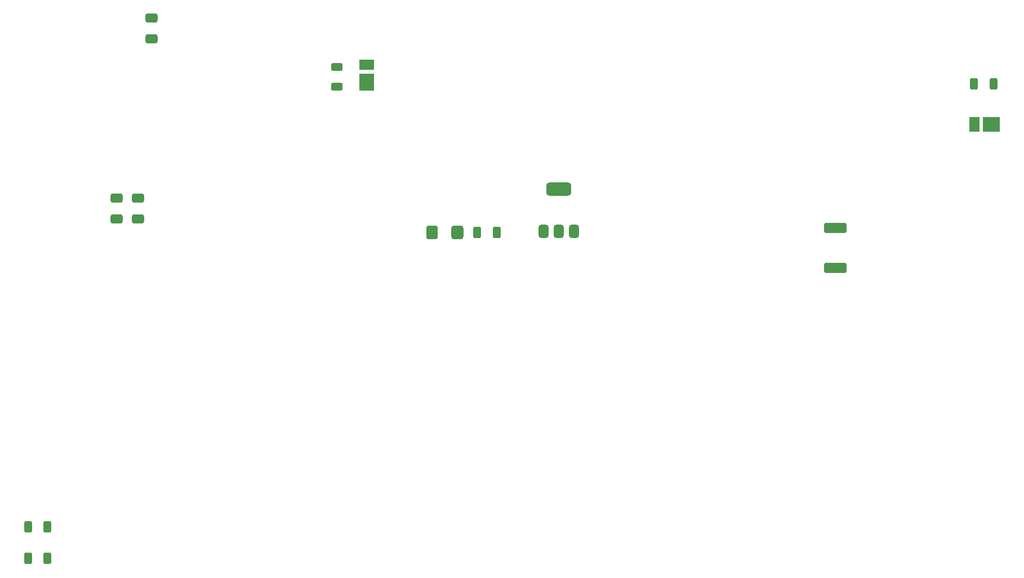
<source format=gtp>
%TF.GenerationSoftware,KiCad,Pcbnew,9.0.4*%
%TF.CreationDate,2025-12-11T10:44:19+01:00*%
%TF.ProjectId,pvmeter,70766d65-7465-4722-9e6b-696361645f70,1.4*%
%TF.SameCoordinates,Original*%
%TF.FileFunction,Paste,Top*%
%TF.FilePolarity,Positive*%
%FSLAX46Y46*%
G04 Gerber Fmt 4.6, Leading zero omitted, Abs format (unit mm)*
G04 Created by KiCad (PCBNEW 9.0.4) date 2025-12-11 10:44:19*
%MOMM*%
%LPD*%
G01*
G04 APERTURE LIST*
G04 Aperture macros list*
%AMRoundRect*
0 Rectangle with rounded corners*
0 $1 Rounding radius*
0 $2 $3 $4 $5 $6 $7 $8 $9 X,Y pos of 4 corners*
0 Add a 4 corners polygon primitive as box body*
4,1,4,$2,$3,$4,$5,$6,$7,$8,$9,$2,$3,0*
0 Add four circle primitives for the rounded corners*
1,1,$1+$1,$2,$3*
1,1,$1+$1,$4,$5*
1,1,$1+$1,$6,$7*
1,1,$1+$1,$8,$9*
0 Add four rect primitives between the rounded corners*
20,1,$1+$1,$2,$3,$4,$5,0*
20,1,$1+$1,$4,$5,$6,$7,0*
20,1,$1+$1,$6,$7,$8,$9,0*
20,1,$1+$1,$8,$9,$2,$3,0*%
G04 Aperture macros list end*
%ADD10RoundRect,0.250000X0.625000X-0.312500X0.625000X0.312500X-0.625000X0.312500X-0.625000X-0.312500X0*%
%ADD11R,2.200000X2.500000*%
%ADD12R,2.200000X1.550000*%
%ADD13RoundRect,0.250000X-0.312500X-0.625000X0.312500X-0.625000X0.312500X0.625000X-0.312500X0.625000X0*%
%ADD14RoundRect,0.375000X0.375000X-0.625000X0.375000X0.625000X-0.375000X0.625000X-0.375000X-0.625000X0*%
%ADD15RoundRect,0.500000X1.400000X-0.500000X1.400000X0.500000X-1.400000X0.500000X-1.400000X-0.500000X0*%
%ADD16RoundRect,0.250000X-0.650000X0.412500X-0.650000X-0.412500X0.650000X-0.412500X0.650000X0.412500X0*%
%ADD17RoundRect,0.307018X-0.567982X-0.692982X0.567982X-0.692982X0.567982X0.692982X-0.567982X0.692982X0*%
%ADD18RoundRect,0.315790X-0.584210X-0.684210X0.584210X-0.684210X0.584210X0.684210X-0.584210X0.684210X0*%
%ADD19RoundRect,0.250000X0.650000X-0.412500X0.650000X0.412500X-0.650000X0.412500X-0.650000X-0.412500X0*%
%ADD20RoundRect,0.250000X0.312500X0.625000X-0.312500X0.625000X-0.312500X-0.625000X0.312500X-0.625000X0*%
%ADD21RoundRect,0.249999X1.425001X-0.512501X1.425001X0.512501X-1.425001X0.512501X-1.425001X-0.512501X0*%
%ADD22R,2.500000X2.200000*%
%ADD23R,1.550000X2.200000*%
G04 APERTURE END LIST*
D10*
X137900000Y-61725000D03*
X137900000Y-58800000D03*
D11*
X142400000Y-61017500D03*
D12*
X142400000Y-58442500D03*
D13*
X91487500Y-127900000D03*
X94412500Y-127900000D03*
X91487500Y-132700000D03*
X94412500Y-132700000D03*
D14*
X168975000Y-83462500D03*
X171275000Y-83462500D03*
X173575000Y-83462500D03*
D15*
X171275000Y-77162500D03*
D16*
X104800000Y-78527500D03*
X104800000Y-81652500D03*
D17*
X152157500Y-83700000D03*
D18*
X156007500Y-83700000D03*
D19*
X110040000Y-54542500D03*
X110040000Y-51417500D03*
D16*
X108000000Y-78527500D03*
X108000000Y-81652500D03*
D20*
X161915000Y-83670000D03*
X158990000Y-83670000D03*
D21*
X212780000Y-88987500D03*
X212780000Y-83012500D03*
D13*
X233675000Y-61300000D03*
X236600000Y-61300000D03*
D22*
X236300000Y-67400000D03*
D23*
X233725000Y-67400000D03*
M02*

</source>
